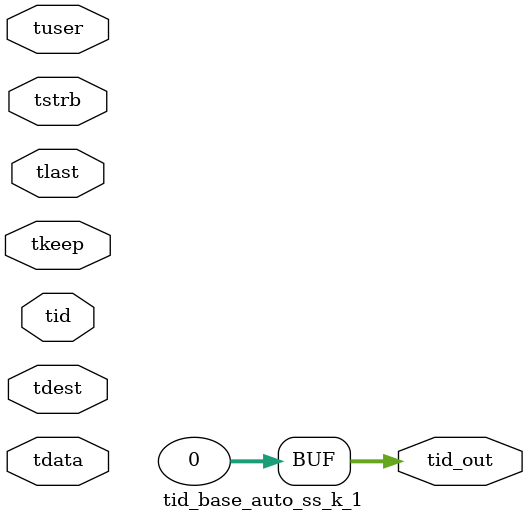
<source format=v>


`timescale 1ps/1ps

module tid_base_auto_ss_k_1 #
(
parameter C_S_AXIS_TID_WIDTH   = 1,
parameter C_S_AXIS_TUSER_WIDTH = 0,
parameter C_S_AXIS_TDATA_WIDTH = 0,
parameter C_S_AXIS_TDEST_WIDTH = 0,
parameter C_M_AXIS_TID_WIDTH   = 32
)
(
input  [(C_S_AXIS_TID_WIDTH   == 0 ? 1 : C_S_AXIS_TID_WIDTH)-1:0       ] tid,
input  [(C_S_AXIS_TDATA_WIDTH == 0 ? 1 : C_S_AXIS_TDATA_WIDTH)-1:0     ] tdata,
input  [(C_S_AXIS_TUSER_WIDTH == 0 ? 1 : C_S_AXIS_TUSER_WIDTH)-1:0     ] tuser,
input  [(C_S_AXIS_TDEST_WIDTH == 0 ? 1 : C_S_AXIS_TDEST_WIDTH)-1:0     ] tdest,
input  [(C_S_AXIS_TDATA_WIDTH/8)-1:0 ] tkeep,
input  [(C_S_AXIS_TDATA_WIDTH/8)-1:0 ] tstrb,
input                                                                    tlast,
output [(C_M_AXIS_TID_WIDTH   == 0 ? 1 : C_M_AXIS_TID_WIDTH)-1:0       ] tid_out
);

assign tid_out = {1'b0};

endmodule


</source>
